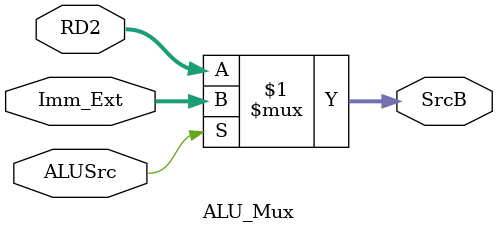
<source format=v>
module ALU_Mux(SrcB,ALUSrc,RD2,Imm_Ext);
       output [31:0] SrcB;
       input ALUSrc;
       input [31:0] RD2 ,Imm_Ext;


       assign SrcB = (ALUSrc) ? Imm_Ext: RD2; 


endmodule

</source>
